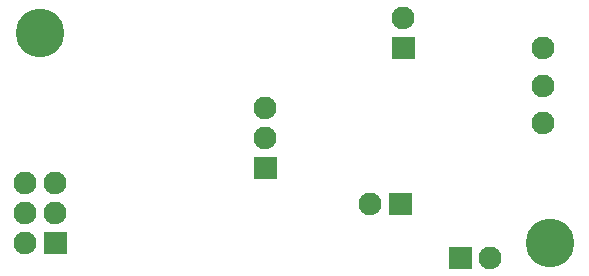
<source format=gbs>
G04 start of page 7 for group -4062 idx -4062 *
G04 Title: (unknown), soldermask *
G04 Creator: pcb 20140316 *
G04 CreationDate: Fri 04 Sep 2020 02:51:09 AM GMT UTC *
G04 For: thomasc *
G04 Format: Gerber/RS-274X *
G04 PCB-Dimensions (mil): 2000.00 1000.00 *
G04 PCB-Coordinate-Origin: lower left *
%MOIN*%
%FSLAX25Y25*%
%LNBOTTOMMASK*%
%ADD53C,0.1620*%
%ADD52C,0.0001*%
%ADD51C,0.0760*%
G54D51*X182500Y67500D03*
Y80000D03*
Y55000D03*
G54D52*G36*
X132200Y83800D02*Y76200D01*
X139800D01*
Y83800D01*
X132200D01*
G37*
G54D51*X136000Y90000D03*
X10000Y15000D03*
Y25000D03*
Y35000D03*
G54D52*G36*
X16200Y18800D02*Y11200D01*
X23800D01*
Y18800D01*
X16200D01*
G37*
G54D51*X20000Y25000D03*
Y35000D03*
G54D52*G36*
X131200Y31800D02*Y24200D01*
X138800D01*
Y31800D01*
X131200D01*
G37*
G36*
X151200Y13800D02*Y6200D01*
X158800D01*
Y13800D01*
X151200D01*
G37*
G54D51*X165000Y10000D03*
X125000Y28000D03*
G54D52*G36*
X86200Y43800D02*Y36200D01*
X93800D01*
Y43800D01*
X86200D01*
G37*
G54D51*X90000Y50000D03*
Y60000D03*
G54D53*X15000Y85000D03*
X185000Y15000D03*
M02*

</source>
